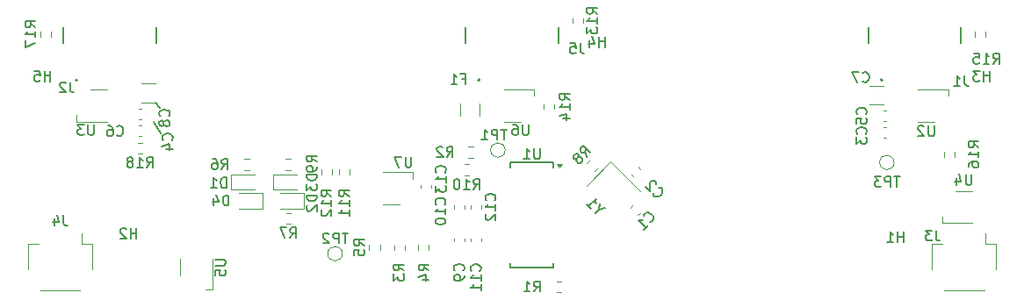
<source format=gbr>
%TF.GenerationSoftware,KiCad,Pcbnew,8.0.2*%
%TF.CreationDate,2025-12-10T20:47:36-08:00*%
%TF.ProjectId,USB-A-Daughterboard,5553422d-412d-4446-9175-676874657262,rev?*%
%TF.SameCoordinates,Original*%
%TF.FileFunction,Legend,Bot*%
%TF.FilePolarity,Positive*%
%FSLAX46Y46*%
G04 Gerber Fmt 4.6, Leading zero omitted, Abs format (unit mm)*
G04 Created by KiCad (PCBNEW 8.0.2) date 2025-12-10 20:47:36*
%MOMM*%
%LPD*%
G01*
G04 APERTURE LIST*
%ADD10C,0.150000*%
%ADD11C,0.120000*%
%ADD12C,0.127000*%
%ADD13C,0.200000*%
G04 APERTURE END LIST*
D10*
X13500000Y-11950000D02*
X14200000Y-13100000D01*
X13700000Y-10150000D02*
X14100000Y-10650000D01*
X56284819Y-1557142D02*
X55808628Y-1223809D01*
X56284819Y-985714D02*
X55284819Y-985714D01*
X55284819Y-985714D02*
X55284819Y-1366666D01*
X55284819Y-1366666D02*
X55332438Y-1461904D01*
X55332438Y-1461904D02*
X55380057Y-1509523D01*
X55380057Y-1509523D02*
X55475295Y-1557142D01*
X55475295Y-1557142D02*
X55618152Y-1557142D01*
X55618152Y-1557142D02*
X55713390Y-1509523D01*
X55713390Y-1509523D02*
X55761009Y-1461904D01*
X55761009Y-1461904D02*
X55808628Y-1366666D01*
X55808628Y-1366666D02*
X55808628Y-985714D01*
X56284819Y-2509523D02*
X56284819Y-1938095D01*
X56284819Y-2223809D02*
X55284819Y-2223809D01*
X55284819Y-2223809D02*
X55427676Y-2128571D01*
X55427676Y-2128571D02*
X55522914Y-2033333D01*
X55522914Y-2033333D02*
X55570533Y-1938095D01*
X55284819Y-2842857D02*
X55284819Y-3461904D01*
X55284819Y-3461904D02*
X55665771Y-3128571D01*
X55665771Y-3128571D02*
X55665771Y-3271428D01*
X55665771Y-3271428D02*
X55713390Y-3366666D01*
X55713390Y-3366666D02*
X55761009Y-3414285D01*
X55761009Y-3414285D02*
X55856247Y-3461904D01*
X55856247Y-3461904D02*
X56094342Y-3461904D01*
X56094342Y-3461904D02*
X56189580Y-3414285D01*
X56189580Y-3414285D02*
X56237200Y-3366666D01*
X56237200Y-3366666D02*
X56284819Y-3271428D01*
X56284819Y-3271428D02*
X56284819Y-2985714D01*
X56284819Y-2985714D02*
X56237200Y-2890476D01*
X56237200Y-2890476D02*
X56189580Y-2842857D01*
X30654819Y-19157142D02*
X30178628Y-18823809D01*
X30654819Y-18585714D02*
X29654819Y-18585714D01*
X29654819Y-18585714D02*
X29654819Y-18966666D01*
X29654819Y-18966666D02*
X29702438Y-19061904D01*
X29702438Y-19061904D02*
X29750057Y-19109523D01*
X29750057Y-19109523D02*
X29845295Y-19157142D01*
X29845295Y-19157142D02*
X29988152Y-19157142D01*
X29988152Y-19157142D02*
X30083390Y-19109523D01*
X30083390Y-19109523D02*
X30131009Y-19061904D01*
X30131009Y-19061904D02*
X30178628Y-18966666D01*
X30178628Y-18966666D02*
X30178628Y-18585714D01*
X30654819Y-20109523D02*
X30654819Y-19538095D01*
X30654819Y-19823809D02*
X29654819Y-19823809D01*
X29654819Y-19823809D02*
X29797676Y-19728571D01*
X29797676Y-19728571D02*
X29892914Y-19633333D01*
X29892914Y-19633333D02*
X29940533Y-19538095D01*
X29750057Y-20490476D02*
X29702438Y-20538095D01*
X29702438Y-20538095D02*
X29654819Y-20633333D01*
X29654819Y-20633333D02*
X29654819Y-20871428D01*
X29654819Y-20871428D02*
X29702438Y-20966666D01*
X29702438Y-20966666D02*
X29750057Y-21014285D01*
X29750057Y-21014285D02*
X29845295Y-21061904D01*
X29845295Y-21061904D02*
X29940533Y-21061904D01*
X29940533Y-21061904D02*
X30083390Y-21014285D01*
X30083390Y-21014285D02*
X30654819Y-20442857D01*
X30654819Y-20442857D02*
X30654819Y-21061904D01*
X7761904Y-12254819D02*
X7761904Y-13064342D01*
X7761904Y-13064342D02*
X7714285Y-13159580D01*
X7714285Y-13159580D02*
X7666666Y-13207200D01*
X7666666Y-13207200D02*
X7571428Y-13254819D01*
X7571428Y-13254819D02*
X7380952Y-13254819D01*
X7380952Y-13254819D02*
X7285714Y-13207200D01*
X7285714Y-13207200D02*
X7238095Y-13159580D01*
X7238095Y-13159580D02*
X7190476Y-13064342D01*
X7190476Y-13064342D02*
X7190476Y-12254819D01*
X6809523Y-12254819D02*
X6190476Y-12254819D01*
X6190476Y-12254819D02*
X6523809Y-12635771D01*
X6523809Y-12635771D02*
X6380952Y-12635771D01*
X6380952Y-12635771D02*
X6285714Y-12683390D01*
X6285714Y-12683390D02*
X6238095Y-12731009D01*
X6238095Y-12731009D02*
X6190476Y-12826247D01*
X6190476Y-12826247D02*
X6190476Y-13064342D01*
X6190476Y-13064342D02*
X6238095Y-13159580D01*
X6238095Y-13159580D02*
X6285714Y-13207200D01*
X6285714Y-13207200D02*
X6380952Y-13254819D01*
X6380952Y-13254819D02*
X6666666Y-13254819D01*
X6666666Y-13254819D02*
X6761904Y-13207200D01*
X6761904Y-13207200D02*
X6809523Y-13159580D01*
X32354819Y-19157142D02*
X31878628Y-18823809D01*
X32354819Y-18585714D02*
X31354819Y-18585714D01*
X31354819Y-18585714D02*
X31354819Y-18966666D01*
X31354819Y-18966666D02*
X31402438Y-19061904D01*
X31402438Y-19061904D02*
X31450057Y-19109523D01*
X31450057Y-19109523D02*
X31545295Y-19157142D01*
X31545295Y-19157142D02*
X31688152Y-19157142D01*
X31688152Y-19157142D02*
X31783390Y-19109523D01*
X31783390Y-19109523D02*
X31831009Y-19061904D01*
X31831009Y-19061904D02*
X31878628Y-18966666D01*
X31878628Y-18966666D02*
X31878628Y-18585714D01*
X32354819Y-20109523D02*
X32354819Y-19538095D01*
X32354819Y-19823809D02*
X31354819Y-19823809D01*
X31354819Y-19823809D02*
X31497676Y-19728571D01*
X31497676Y-19728571D02*
X31592914Y-19633333D01*
X31592914Y-19633333D02*
X31640533Y-19538095D01*
X32354819Y-21061904D02*
X32354819Y-20490476D01*
X32354819Y-20776190D02*
X31354819Y-20776190D01*
X31354819Y-20776190D02*
X31497676Y-20680952D01*
X31497676Y-20680952D02*
X31592914Y-20585714D01*
X31592914Y-20585714D02*
X31640533Y-20490476D01*
X32261904Y-22706819D02*
X31690476Y-22706819D01*
X31976190Y-23706819D02*
X31976190Y-22706819D01*
X31357142Y-23706819D02*
X31357142Y-22706819D01*
X31357142Y-22706819D02*
X30976190Y-22706819D01*
X30976190Y-22706819D02*
X30880952Y-22754438D01*
X30880952Y-22754438D02*
X30833333Y-22802057D01*
X30833333Y-22802057D02*
X30785714Y-22897295D01*
X30785714Y-22897295D02*
X30785714Y-23040152D01*
X30785714Y-23040152D02*
X30833333Y-23135390D01*
X30833333Y-23135390D02*
X30880952Y-23183009D01*
X30880952Y-23183009D02*
X30976190Y-23230628D01*
X30976190Y-23230628D02*
X31357142Y-23230628D01*
X30404761Y-22802057D02*
X30357142Y-22754438D01*
X30357142Y-22754438D02*
X30261904Y-22706819D01*
X30261904Y-22706819D02*
X30023809Y-22706819D01*
X30023809Y-22706819D02*
X29928571Y-22754438D01*
X29928571Y-22754438D02*
X29880952Y-22802057D01*
X29880952Y-22802057D02*
X29833333Y-22897295D01*
X29833333Y-22897295D02*
X29833333Y-22992533D01*
X29833333Y-22992533D02*
X29880952Y-23135390D01*
X29880952Y-23135390D02*
X30452380Y-23706819D01*
X30452380Y-23706819D02*
X29833333Y-23706819D01*
X4833333Y-20999819D02*
X4833333Y-21714104D01*
X4833333Y-21714104D02*
X4880952Y-21856961D01*
X4880952Y-21856961D02*
X4976190Y-21952200D01*
X4976190Y-21952200D02*
X5119047Y-21999819D01*
X5119047Y-21999819D02*
X5214285Y-21999819D01*
X3928571Y-21333152D02*
X3928571Y-21999819D01*
X4166666Y-20952200D02*
X4404761Y-21666485D01*
X4404761Y-21666485D02*
X3785714Y-21666485D01*
X61372112Y-21636411D02*
X61439456Y-21636411D01*
X61439456Y-21636411D02*
X61574143Y-21569067D01*
X61574143Y-21569067D02*
X61641486Y-21501724D01*
X61641486Y-21501724D02*
X61708830Y-21367037D01*
X61708830Y-21367037D02*
X61708830Y-21232350D01*
X61708830Y-21232350D02*
X61675158Y-21131335D01*
X61675158Y-21131335D02*
X61574143Y-20962976D01*
X61574143Y-20962976D02*
X61473128Y-20861961D01*
X61473128Y-20861961D02*
X61304769Y-20760945D01*
X61304769Y-20760945D02*
X61203754Y-20727274D01*
X61203754Y-20727274D02*
X61069067Y-20727274D01*
X61069067Y-20727274D02*
X60934380Y-20794617D01*
X60934380Y-20794617D02*
X60867036Y-20861961D01*
X60867036Y-20861961D02*
X60799693Y-20996648D01*
X60799693Y-20996648D02*
X60799693Y-21063991D01*
X60766021Y-22377189D02*
X61170082Y-21973128D01*
X60968051Y-22175159D02*
X60260945Y-21468052D01*
X60260945Y-21468052D02*
X60429303Y-21501724D01*
X60429303Y-21501724D02*
X60563990Y-21501724D01*
X60563990Y-21501724D02*
X60665006Y-21468052D01*
X88761904Y-12354819D02*
X88761904Y-13164342D01*
X88761904Y-13164342D02*
X88714285Y-13259580D01*
X88714285Y-13259580D02*
X88666666Y-13307200D01*
X88666666Y-13307200D02*
X88571428Y-13354819D01*
X88571428Y-13354819D02*
X88380952Y-13354819D01*
X88380952Y-13354819D02*
X88285714Y-13307200D01*
X88285714Y-13307200D02*
X88238095Y-13259580D01*
X88238095Y-13259580D02*
X88190476Y-13164342D01*
X88190476Y-13164342D02*
X88190476Y-12354819D01*
X87761904Y-12450057D02*
X87714285Y-12402438D01*
X87714285Y-12402438D02*
X87619047Y-12354819D01*
X87619047Y-12354819D02*
X87380952Y-12354819D01*
X87380952Y-12354819D02*
X87285714Y-12402438D01*
X87285714Y-12402438D02*
X87238095Y-12450057D01*
X87238095Y-12450057D02*
X87190476Y-12545295D01*
X87190476Y-12545295D02*
X87190476Y-12640533D01*
X87190476Y-12640533D02*
X87238095Y-12783390D01*
X87238095Y-12783390D02*
X87809523Y-13354819D01*
X87809523Y-13354819D02*
X87190476Y-13354819D01*
X47561904Y-12706819D02*
X46990476Y-12706819D01*
X47276190Y-13706819D02*
X47276190Y-12706819D01*
X46657142Y-13706819D02*
X46657142Y-12706819D01*
X46657142Y-12706819D02*
X46276190Y-12706819D01*
X46276190Y-12706819D02*
X46180952Y-12754438D01*
X46180952Y-12754438D02*
X46133333Y-12802057D01*
X46133333Y-12802057D02*
X46085714Y-12897295D01*
X46085714Y-12897295D02*
X46085714Y-13040152D01*
X46085714Y-13040152D02*
X46133333Y-13135390D01*
X46133333Y-13135390D02*
X46180952Y-13183009D01*
X46180952Y-13183009D02*
X46276190Y-13230628D01*
X46276190Y-13230628D02*
X46657142Y-13230628D01*
X45133333Y-13706819D02*
X45704761Y-13706819D01*
X45419047Y-13706819D02*
X45419047Y-12706819D01*
X45419047Y-12706819D02*
X45514285Y-12849676D01*
X45514285Y-12849676D02*
X45609523Y-12944914D01*
X45609523Y-12944914D02*
X45704761Y-12992533D01*
X91663333Y-7514819D02*
X91663333Y-8229104D01*
X91663333Y-8229104D02*
X91710952Y-8371961D01*
X91710952Y-8371961D02*
X91806190Y-8467200D01*
X91806190Y-8467200D02*
X91949047Y-8514819D01*
X91949047Y-8514819D02*
X92044285Y-8514819D01*
X90663333Y-8514819D02*
X91234761Y-8514819D01*
X90949047Y-8514819D02*
X90949047Y-7514819D01*
X90949047Y-7514819D02*
X91044285Y-7657676D01*
X91044285Y-7657676D02*
X91139523Y-7752914D01*
X91139523Y-7752914D02*
X91234761Y-7800533D01*
X82159580Y-13133333D02*
X82207200Y-13085714D01*
X82207200Y-13085714D02*
X82254819Y-12942857D01*
X82254819Y-12942857D02*
X82254819Y-12847619D01*
X82254819Y-12847619D02*
X82207200Y-12704762D01*
X82207200Y-12704762D02*
X82111961Y-12609524D01*
X82111961Y-12609524D02*
X82016723Y-12561905D01*
X82016723Y-12561905D02*
X81826247Y-12514286D01*
X81826247Y-12514286D02*
X81683390Y-12514286D01*
X81683390Y-12514286D02*
X81492914Y-12561905D01*
X81492914Y-12561905D02*
X81397676Y-12609524D01*
X81397676Y-12609524D02*
X81302438Y-12704762D01*
X81302438Y-12704762D02*
X81254819Y-12847619D01*
X81254819Y-12847619D02*
X81254819Y-12942857D01*
X81254819Y-12942857D02*
X81302438Y-13085714D01*
X81302438Y-13085714D02*
X81350057Y-13133333D01*
X81254819Y-13466667D02*
X81254819Y-14085714D01*
X81254819Y-14085714D02*
X81635771Y-13752381D01*
X81635771Y-13752381D02*
X81635771Y-13895238D01*
X81635771Y-13895238D02*
X81683390Y-13990476D01*
X81683390Y-13990476D02*
X81731009Y-14038095D01*
X81731009Y-14038095D02*
X81826247Y-14085714D01*
X81826247Y-14085714D02*
X82064342Y-14085714D01*
X82064342Y-14085714D02*
X82159580Y-14038095D01*
X82159580Y-14038095D02*
X82207200Y-13990476D01*
X82207200Y-13990476D02*
X82254819Y-13895238D01*
X82254819Y-13895238D02*
X82254819Y-13609524D01*
X82254819Y-13609524D02*
X82207200Y-13514286D01*
X82207200Y-13514286D02*
X82159580Y-13466667D01*
X94442857Y-6354819D02*
X94776190Y-5878628D01*
X95014285Y-6354819D02*
X95014285Y-5354819D01*
X95014285Y-5354819D02*
X94633333Y-5354819D01*
X94633333Y-5354819D02*
X94538095Y-5402438D01*
X94538095Y-5402438D02*
X94490476Y-5450057D01*
X94490476Y-5450057D02*
X94442857Y-5545295D01*
X94442857Y-5545295D02*
X94442857Y-5688152D01*
X94442857Y-5688152D02*
X94490476Y-5783390D01*
X94490476Y-5783390D02*
X94538095Y-5831009D01*
X94538095Y-5831009D02*
X94633333Y-5878628D01*
X94633333Y-5878628D02*
X95014285Y-5878628D01*
X93490476Y-6354819D02*
X94061904Y-6354819D01*
X93776190Y-6354819D02*
X93776190Y-5354819D01*
X93776190Y-5354819D02*
X93871428Y-5497676D01*
X93871428Y-5497676D02*
X93966666Y-5592914D01*
X93966666Y-5592914D02*
X94061904Y-5640533D01*
X92585714Y-5354819D02*
X93061904Y-5354819D01*
X93061904Y-5354819D02*
X93109523Y-5831009D01*
X93109523Y-5831009D02*
X93061904Y-5783390D01*
X93061904Y-5783390D02*
X92966666Y-5735771D01*
X92966666Y-5735771D02*
X92728571Y-5735771D01*
X92728571Y-5735771D02*
X92633333Y-5783390D01*
X92633333Y-5783390D02*
X92585714Y-5831009D01*
X92585714Y-5831009D02*
X92538095Y-5926247D01*
X92538095Y-5926247D02*
X92538095Y-6164342D01*
X92538095Y-6164342D02*
X92585714Y-6259580D01*
X92585714Y-6259580D02*
X92633333Y-6307200D01*
X92633333Y-6307200D02*
X92728571Y-6354819D01*
X92728571Y-6354819D02*
X92966666Y-6354819D01*
X92966666Y-6354819D02*
X93061904Y-6307200D01*
X93061904Y-6307200D02*
X93109523Y-6259580D01*
X37654819Y-26333333D02*
X37178628Y-26000000D01*
X37654819Y-25761905D02*
X36654819Y-25761905D01*
X36654819Y-25761905D02*
X36654819Y-26142857D01*
X36654819Y-26142857D02*
X36702438Y-26238095D01*
X36702438Y-26238095D02*
X36750057Y-26285714D01*
X36750057Y-26285714D02*
X36845295Y-26333333D01*
X36845295Y-26333333D02*
X36988152Y-26333333D01*
X36988152Y-26333333D02*
X37083390Y-26285714D01*
X37083390Y-26285714D02*
X37131009Y-26238095D01*
X37131009Y-26238095D02*
X37178628Y-26142857D01*
X37178628Y-26142857D02*
X37178628Y-25761905D01*
X36654819Y-26666667D02*
X36654819Y-27285714D01*
X36654819Y-27285714D02*
X37035771Y-26952381D01*
X37035771Y-26952381D02*
X37035771Y-27095238D01*
X37035771Y-27095238D02*
X37083390Y-27190476D01*
X37083390Y-27190476D02*
X37131009Y-27238095D01*
X37131009Y-27238095D02*
X37226247Y-27285714D01*
X37226247Y-27285714D02*
X37464342Y-27285714D01*
X37464342Y-27285714D02*
X37559580Y-27238095D01*
X37559580Y-27238095D02*
X37607200Y-27190476D01*
X37607200Y-27190476D02*
X37654819Y-27095238D01*
X37654819Y-27095238D02*
X37654819Y-26809524D01*
X37654819Y-26809524D02*
X37607200Y-26714286D01*
X37607200Y-26714286D02*
X37559580Y-26666667D01*
X55228293Y-15392591D02*
X55127278Y-14820172D01*
X55632354Y-14988530D02*
X54925247Y-14281424D01*
X54925247Y-14281424D02*
X54655873Y-14550798D01*
X54655873Y-14550798D02*
X54622201Y-14651813D01*
X54622201Y-14651813D02*
X54622201Y-14719156D01*
X54622201Y-14719156D02*
X54655873Y-14820172D01*
X54655873Y-14820172D02*
X54756888Y-14921187D01*
X54756888Y-14921187D02*
X54857904Y-14954859D01*
X54857904Y-14954859D02*
X54925247Y-14954859D01*
X54925247Y-14954859D02*
X55026262Y-14921187D01*
X55026262Y-14921187D02*
X55295636Y-14651813D01*
X54420171Y-15392591D02*
X54453843Y-15291576D01*
X54453843Y-15291576D02*
X54453843Y-15224233D01*
X54453843Y-15224233D02*
X54420171Y-15123217D01*
X54420171Y-15123217D02*
X54386499Y-15089546D01*
X54386499Y-15089546D02*
X54285484Y-15055874D01*
X54285484Y-15055874D02*
X54218140Y-15055874D01*
X54218140Y-15055874D02*
X54117125Y-15089546D01*
X54117125Y-15089546D02*
X53982438Y-15224233D01*
X53982438Y-15224233D02*
X53948766Y-15325248D01*
X53948766Y-15325248D02*
X53948766Y-15392591D01*
X53948766Y-15392591D02*
X53982438Y-15493607D01*
X53982438Y-15493607D02*
X54016110Y-15527278D01*
X54016110Y-15527278D02*
X54117125Y-15560950D01*
X54117125Y-15560950D02*
X54184469Y-15560950D01*
X54184469Y-15560950D02*
X54285484Y-15527278D01*
X54285484Y-15527278D02*
X54420171Y-15392591D01*
X54420171Y-15392591D02*
X54521186Y-15358920D01*
X54521186Y-15358920D02*
X54588530Y-15358920D01*
X54588530Y-15358920D02*
X54689545Y-15392591D01*
X54689545Y-15392591D02*
X54824232Y-15527278D01*
X54824232Y-15527278D02*
X54857904Y-15628294D01*
X54857904Y-15628294D02*
X54857904Y-15695637D01*
X54857904Y-15695637D02*
X54824232Y-15796652D01*
X54824232Y-15796652D02*
X54689545Y-15931339D01*
X54689545Y-15931339D02*
X54588530Y-15965011D01*
X54588530Y-15965011D02*
X54521186Y-15965011D01*
X54521186Y-15965011D02*
X54420171Y-15931339D01*
X54420171Y-15931339D02*
X54285484Y-15796652D01*
X54285484Y-15796652D02*
X54251812Y-15695637D01*
X54251812Y-15695637D02*
X54251812Y-15628294D01*
X54251812Y-15628294D02*
X54285484Y-15527278D01*
X11861904Y-23254819D02*
X11861904Y-22254819D01*
X11861904Y-22731009D02*
X11290476Y-22731009D01*
X11290476Y-23254819D02*
X11290476Y-22254819D01*
X10861904Y-22350057D02*
X10814285Y-22302438D01*
X10814285Y-22302438D02*
X10719047Y-22254819D01*
X10719047Y-22254819D02*
X10480952Y-22254819D01*
X10480952Y-22254819D02*
X10385714Y-22302438D01*
X10385714Y-22302438D02*
X10338095Y-22350057D01*
X10338095Y-22350057D02*
X10290476Y-22445295D01*
X10290476Y-22445295D02*
X10290476Y-22540533D01*
X10290476Y-22540533D02*
X10338095Y-22683390D01*
X10338095Y-22683390D02*
X10909523Y-23254819D01*
X10909523Y-23254819D02*
X10290476Y-23254819D01*
X41559580Y-19957142D02*
X41607200Y-19909523D01*
X41607200Y-19909523D02*
X41654819Y-19766666D01*
X41654819Y-19766666D02*
X41654819Y-19671428D01*
X41654819Y-19671428D02*
X41607200Y-19528571D01*
X41607200Y-19528571D02*
X41511961Y-19433333D01*
X41511961Y-19433333D02*
X41416723Y-19385714D01*
X41416723Y-19385714D02*
X41226247Y-19338095D01*
X41226247Y-19338095D02*
X41083390Y-19338095D01*
X41083390Y-19338095D02*
X40892914Y-19385714D01*
X40892914Y-19385714D02*
X40797676Y-19433333D01*
X40797676Y-19433333D02*
X40702438Y-19528571D01*
X40702438Y-19528571D02*
X40654819Y-19671428D01*
X40654819Y-19671428D02*
X40654819Y-19766666D01*
X40654819Y-19766666D02*
X40702438Y-19909523D01*
X40702438Y-19909523D02*
X40750057Y-19957142D01*
X41654819Y-20909523D02*
X41654819Y-20338095D01*
X41654819Y-20623809D02*
X40654819Y-20623809D01*
X40654819Y-20623809D02*
X40797676Y-20528571D01*
X40797676Y-20528571D02*
X40892914Y-20433333D01*
X40892914Y-20433333D02*
X40940533Y-20338095D01*
X40654819Y-21528571D02*
X40654819Y-21623809D01*
X40654819Y-21623809D02*
X40702438Y-21719047D01*
X40702438Y-21719047D02*
X40750057Y-21766666D01*
X40750057Y-21766666D02*
X40845295Y-21814285D01*
X40845295Y-21814285D02*
X41035771Y-21861904D01*
X41035771Y-21861904D02*
X41273866Y-21861904D01*
X41273866Y-21861904D02*
X41464342Y-21814285D01*
X41464342Y-21814285D02*
X41559580Y-21766666D01*
X41559580Y-21766666D02*
X41607200Y-21719047D01*
X41607200Y-21719047D02*
X41654819Y-21623809D01*
X41654819Y-21623809D02*
X41654819Y-21528571D01*
X41654819Y-21528571D02*
X41607200Y-21433333D01*
X41607200Y-21433333D02*
X41559580Y-21385714D01*
X41559580Y-21385714D02*
X41464342Y-21338095D01*
X41464342Y-21338095D02*
X41273866Y-21290476D01*
X41273866Y-21290476D02*
X41035771Y-21290476D01*
X41035771Y-21290476D02*
X40845295Y-21338095D01*
X40845295Y-21338095D02*
X40750057Y-21385714D01*
X40750057Y-21385714D02*
X40702438Y-21433333D01*
X40702438Y-21433333D02*
X40654819Y-21528571D01*
X85801904Y-23604819D02*
X85801904Y-22604819D01*
X85801904Y-23081009D02*
X85230476Y-23081009D01*
X85230476Y-23604819D02*
X85230476Y-22604819D01*
X84230476Y-23604819D02*
X84801904Y-23604819D01*
X84516190Y-23604819D02*
X84516190Y-22604819D01*
X84516190Y-22604819D02*
X84611428Y-22747676D01*
X84611428Y-22747676D02*
X84706666Y-22842914D01*
X84706666Y-22842914D02*
X84801904Y-22890533D01*
X81866666Y-8059580D02*
X81914285Y-8107200D01*
X81914285Y-8107200D02*
X82057142Y-8154819D01*
X82057142Y-8154819D02*
X82152380Y-8154819D01*
X82152380Y-8154819D02*
X82295237Y-8107200D01*
X82295237Y-8107200D02*
X82390475Y-8011961D01*
X82390475Y-8011961D02*
X82438094Y-7916723D01*
X82438094Y-7916723D02*
X82485713Y-7726247D01*
X82485713Y-7726247D02*
X82485713Y-7583390D01*
X82485713Y-7583390D02*
X82438094Y-7392914D01*
X82438094Y-7392914D02*
X82390475Y-7297676D01*
X82390475Y-7297676D02*
X82295237Y-7202438D01*
X82295237Y-7202438D02*
X82152380Y-7154819D01*
X82152380Y-7154819D02*
X82057142Y-7154819D01*
X82057142Y-7154819D02*
X81914285Y-7202438D01*
X81914285Y-7202438D02*
X81866666Y-7250057D01*
X81533332Y-7154819D02*
X80866666Y-7154819D01*
X80866666Y-7154819D02*
X81295237Y-8154819D01*
X15259580Y-13733333D02*
X15307200Y-13685714D01*
X15307200Y-13685714D02*
X15354819Y-13542857D01*
X15354819Y-13542857D02*
X15354819Y-13447619D01*
X15354819Y-13447619D02*
X15307200Y-13304762D01*
X15307200Y-13304762D02*
X15211961Y-13209524D01*
X15211961Y-13209524D02*
X15116723Y-13161905D01*
X15116723Y-13161905D02*
X14926247Y-13114286D01*
X14926247Y-13114286D02*
X14783390Y-13114286D01*
X14783390Y-13114286D02*
X14592914Y-13161905D01*
X14592914Y-13161905D02*
X14497676Y-13209524D01*
X14497676Y-13209524D02*
X14402438Y-13304762D01*
X14402438Y-13304762D02*
X14354819Y-13447619D01*
X14354819Y-13447619D02*
X14354819Y-13542857D01*
X14354819Y-13542857D02*
X14402438Y-13685714D01*
X14402438Y-13685714D02*
X14450057Y-13733333D01*
X14688152Y-14590476D02*
X15354819Y-14590476D01*
X14307200Y-14352381D02*
X15021485Y-14114286D01*
X15021485Y-14114286D02*
X15021485Y-14733333D01*
X20066666Y-16554819D02*
X20399999Y-16078628D01*
X20638094Y-16554819D02*
X20638094Y-15554819D01*
X20638094Y-15554819D02*
X20257142Y-15554819D01*
X20257142Y-15554819D02*
X20161904Y-15602438D01*
X20161904Y-15602438D02*
X20114285Y-15650057D01*
X20114285Y-15650057D02*
X20066666Y-15745295D01*
X20066666Y-15745295D02*
X20066666Y-15888152D01*
X20066666Y-15888152D02*
X20114285Y-15983390D01*
X20114285Y-15983390D02*
X20161904Y-16031009D01*
X20161904Y-16031009D02*
X20257142Y-16078628D01*
X20257142Y-16078628D02*
X20638094Y-16078628D01*
X19209523Y-15554819D02*
X19399999Y-15554819D01*
X19399999Y-15554819D02*
X19495237Y-15602438D01*
X19495237Y-15602438D02*
X19542856Y-15650057D01*
X19542856Y-15650057D02*
X19638094Y-15792914D01*
X19638094Y-15792914D02*
X19685713Y-15983390D01*
X19685713Y-15983390D02*
X19685713Y-16364342D01*
X19685713Y-16364342D02*
X19638094Y-16459580D01*
X19638094Y-16459580D02*
X19590475Y-16507200D01*
X19590475Y-16507200D02*
X19495237Y-16554819D01*
X19495237Y-16554819D02*
X19304761Y-16554819D01*
X19304761Y-16554819D02*
X19209523Y-16507200D01*
X19209523Y-16507200D02*
X19161904Y-16459580D01*
X19161904Y-16459580D02*
X19114285Y-16364342D01*
X19114285Y-16364342D02*
X19114285Y-16126247D01*
X19114285Y-16126247D02*
X19161904Y-16031009D01*
X19161904Y-16031009D02*
X19209523Y-15983390D01*
X19209523Y-15983390D02*
X19304761Y-15935771D01*
X19304761Y-15935771D02*
X19495237Y-15935771D01*
X19495237Y-15935771D02*
X19590475Y-15983390D01*
X19590475Y-15983390D02*
X19638094Y-16031009D01*
X19638094Y-16031009D02*
X19685713Y-16126247D01*
X43233333Y-7831009D02*
X43566666Y-7831009D01*
X43566666Y-8354819D02*
X43566666Y-7354819D01*
X43566666Y-7354819D02*
X43090476Y-7354819D01*
X42185714Y-8354819D02*
X42757142Y-8354819D01*
X42471428Y-8354819D02*
X42471428Y-7354819D01*
X42471428Y-7354819D02*
X42566666Y-7497676D01*
X42566666Y-7497676D02*
X42661904Y-7592914D01*
X42661904Y-7592914D02*
X42757142Y-7640533D01*
X50761904Y-14554819D02*
X50761904Y-15364342D01*
X50761904Y-15364342D02*
X50714285Y-15459580D01*
X50714285Y-15459580D02*
X50666666Y-15507200D01*
X50666666Y-15507200D02*
X50571428Y-15554819D01*
X50571428Y-15554819D02*
X50380952Y-15554819D01*
X50380952Y-15554819D02*
X50285714Y-15507200D01*
X50285714Y-15507200D02*
X50238095Y-15459580D01*
X50238095Y-15459580D02*
X50190476Y-15364342D01*
X50190476Y-15364342D02*
X50190476Y-14554819D01*
X49190476Y-15554819D02*
X49761904Y-15554819D01*
X49476190Y-15554819D02*
X49476190Y-14554819D01*
X49476190Y-14554819D02*
X49571428Y-14697676D01*
X49571428Y-14697676D02*
X49666666Y-14792914D01*
X49666666Y-14792914D02*
X49761904Y-14840533D01*
X29254819Y-19061905D02*
X28254819Y-19061905D01*
X28254819Y-19061905D02*
X28254819Y-19300000D01*
X28254819Y-19300000D02*
X28302438Y-19442857D01*
X28302438Y-19442857D02*
X28397676Y-19538095D01*
X28397676Y-19538095D02*
X28492914Y-19585714D01*
X28492914Y-19585714D02*
X28683390Y-19633333D01*
X28683390Y-19633333D02*
X28826247Y-19633333D01*
X28826247Y-19633333D02*
X29016723Y-19585714D01*
X29016723Y-19585714D02*
X29111961Y-19538095D01*
X29111961Y-19538095D02*
X29207200Y-19442857D01*
X29207200Y-19442857D02*
X29254819Y-19300000D01*
X29254819Y-19300000D02*
X29254819Y-19061905D01*
X28350057Y-20014286D02*
X28302438Y-20061905D01*
X28302438Y-20061905D02*
X28254819Y-20157143D01*
X28254819Y-20157143D02*
X28254819Y-20395238D01*
X28254819Y-20395238D02*
X28302438Y-20490476D01*
X28302438Y-20490476D02*
X28350057Y-20538095D01*
X28350057Y-20538095D02*
X28445295Y-20585714D01*
X28445295Y-20585714D02*
X28540533Y-20585714D01*
X28540533Y-20585714D02*
X28683390Y-20538095D01*
X28683390Y-20538095D02*
X29254819Y-19966667D01*
X29254819Y-19966667D02*
X29254819Y-20585714D01*
X93054819Y-14457142D02*
X92578628Y-14123809D01*
X93054819Y-13885714D02*
X92054819Y-13885714D01*
X92054819Y-13885714D02*
X92054819Y-14266666D01*
X92054819Y-14266666D02*
X92102438Y-14361904D01*
X92102438Y-14361904D02*
X92150057Y-14409523D01*
X92150057Y-14409523D02*
X92245295Y-14457142D01*
X92245295Y-14457142D02*
X92388152Y-14457142D01*
X92388152Y-14457142D02*
X92483390Y-14409523D01*
X92483390Y-14409523D02*
X92531009Y-14361904D01*
X92531009Y-14361904D02*
X92578628Y-14266666D01*
X92578628Y-14266666D02*
X92578628Y-13885714D01*
X93054819Y-15409523D02*
X93054819Y-14838095D01*
X93054819Y-15123809D02*
X92054819Y-15123809D01*
X92054819Y-15123809D02*
X92197676Y-15028571D01*
X92197676Y-15028571D02*
X92292914Y-14933333D01*
X92292914Y-14933333D02*
X92340533Y-14838095D01*
X92054819Y-16266666D02*
X92054819Y-16076190D01*
X92054819Y-16076190D02*
X92102438Y-15980952D01*
X92102438Y-15980952D02*
X92150057Y-15933333D01*
X92150057Y-15933333D02*
X92292914Y-15838095D01*
X92292914Y-15838095D02*
X92483390Y-15790476D01*
X92483390Y-15790476D02*
X92864342Y-15790476D01*
X92864342Y-15790476D02*
X92959580Y-15838095D01*
X92959580Y-15838095D02*
X93007200Y-15885714D01*
X93007200Y-15885714D02*
X93054819Y-15980952D01*
X93054819Y-15980952D02*
X93054819Y-16171428D01*
X93054819Y-16171428D02*
X93007200Y-16266666D01*
X93007200Y-16266666D02*
X92959580Y-16314285D01*
X92959580Y-16314285D02*
X92864342Y-16361904D01*
X92864342Y-16361904D02*
X92626247Y-16361904D01*
X92626247Y-16361904D02*
X92531009Y-16314285D01*
X92531009Y-16314285D02*
X92483390Y-16266666D01*
X92483390Y-16266666D02*
X92435771Y-16171428D01*
X92435771Y-16171428D02*
X92435771Y-15980952D01*
X92435771Y-15980952D02*
X92483390Y-15885714D01*
X92483390Y-15885714D02*
X92531009Y-15838095D01*
X92531009Y-15838095D02*
X92626247Y-15790476D01*
X2124819Y-2857142D02*
X1648628Y-2523809D01*
X2124819Y-2285714D02*
X1124819Y-2285714D01*
X1124819Y-2285714D02*
X1124819Y-2666666D01*
X1124819Y-2666666D02*
X1172438Y-2761904D01*
X1172438Y-2761904D02*
X1220057Y-2809523D01*
X1220057Y-2809523D02*
X1315295Y-2857142D01*
X1315295Y-2857142D02*
X1458152Y-2857142D01*
X1458152Y-2857142D02*
X1553390Y-2809523D01*
X1553390Y-2809523D02*
X1601009Y-2761904D01*
X1601009Y-2761904D02*
X1648628Y-2666666D01*
X1648628Y-2666666D02*
X1648628Y-2285714D01*
X2124819Y-3809523D02*
X2124819Y-3238095D01*
X2124819Y-3523809D02*
X1124819Y-3523809D01*
X1124819Y-3523809D02*
X1267676Y-3428571D01*
X1267676Y-3428571D02*
X1362914Y-3333333D01*
X1362914Y-3333333D02*
X1410533Y-3238095D01*
X1124819Y-4142857D02*
X1124819Y-4809523D01*
X1124819Y-4809523D02*
X2124819Y-4380952D01*
X44342857Y-18484819D02*
X44676190Y-18008628D01*
X44914285Y-18484819D02*
X44914285Y-17484819D01*
X44914285Y-17484819D02*
X44533333Y-17484819D01*
X44533333Y-17484819D02*
X44438095Y-17532438D01*
X44438095Y-17532438D02*
X44390476Y-17580057D01*
X44390476Y-17580057D02*
X44342857Y-17675295D01*
X44342857Y-17675295D02*
X44342857Y-17818152D01*
X44342857Y-17818152D02*
X44390476Y-17913390D01*
X44390476Y-17913390D02*
X44438095Y-17961009D01*
X44438095Y-17961009D02*
X44533333Y-18008628D01*
X44533333Y-18008628D02*
X44914285Y-18008628D01*
X43390476Y-18484819D02*
X43961904Y-18484819D01*
X43676190Y-18484819D02*
X43676190Y-17484819D01*
X43676190Y-17484819D02*
X43771428Y-17627676D01*
X43771428Y-17627676D02*
X43866666Y-17722914D01*
X43866666Y-17722914D02*
X43961904Y-17770533D01*
X42771428Y-17484819D02*
X42676190Y-17484819D01*
X42676190Y-17484819D02*
X42580952Y-17532438D01*
X42580952Y-17532438D02*
X42533333Y-17580057D01*
X42533333Y-17580057D02*
X42485714Y-17675295D01*
X42485714Y-17675295D02*
X42438095Y-17865771D01*
X42438095Y-17865771D02*
X42438095Y-18103866D01*
X42438095Y-18103866D02*
X42485714Y-18294342D01*
X42485714Y-18294342D02*
X42533333Y-18389580D01*
X42533333Y-18389580D02*
X42580952Y-18437200D01*
X42580952Y-18437200D02*
X42676190Y-18484819D01*
X42676190Y-18484819D02*
X42771428Y-18484819D01*
X42771428Y-18484819D02*
X42866666Y-18437200D01*
X42866666Y-18437200D02*
X42914285Y-18389580D01*
X42914285Y-18389580D02*
X42961904Y-18294342D01*
X42961904Y-18294342D02*
X43009523Y-18103866D01*
X43009523Y-18103866D02*
X43009523Y-17865771D01*
X43009523Y-17865771D02*
X42961904Y-17675295D01*
X42961904Y-17675295D02*
X42914285Y-17580057D01*
X42914285Y-17580057D02*
X42866666Y-17532438D01*
X42866666Y-17532438D02*
X42771428Y-17484819D01*
X40054819Y-26333333D02*
X39578628Y-26000000D01*
X40054819Y-25761905D02*
X39054819Y-25761905D01*
X39054819Y-25761905D02*
X39054819Y-26142857D01*
X39054819Y-26142857D02*
X39102438Y-26238095D01*
X39102438Y-26238095D02*
X39150057Y-26285714D01*
X39150057Y-26285714D02*
X39245295Y-26333333D01*
X39245295Y-26333333D02*
X39388152Y-26333333D01*
X39388152Y-26333333D02*
X39483390Y-26285714D01*
X39483390Y-26285714D02*
X39531009Y-26238095D01*
X39531009Y-26238095D02*
X39578628Y-26142857D01*
X39578628Y-26142857D02*
X39578628Y-25761905D01*
X39388152Y-27190476D02*
X40054819Y-27190476D01*
X39007200Y-26952381D02*
X39721485Y-26714286D01*
X39721485Y-26714286D02*
X39721485Y-27333333D01*
X92361904Y-17054819D02*
X92361904Y-17864342D01*
X92361904Y-17864342D02*
X92314285Y-17959580D01*
X92314285Y-17959580D02*
X92266666Y-18007200D01*
X92266666Y-18007200D02*
X92171428Y-18054819D01*
X92171428Y-18054819D02*
X91980952Y-18054819D01*
X91980952Y-18054819D02*
X91885714Y-18007200D01*
X91885714Y-18007200D02*
X91838095Y-17959580D01*
X91838095Y-17959580D02*
X91790476Y-17864342D01*
X91790476Y-17864342D02*
X91790476Y-17054819D01*
X90885714Y-17388152D02*
X90885714Y-18054819D01*
X91123809Y-17007200D02*
X91361904Y-17721485D01*
X91361904Y-17721485D02*
X90742857Y-17721485D01*
X5463333Y-8144819D02*
X5463333Y-8859104D01*
X5463333Y-8859104D02*
X5510952Y-9001961D01*
X5510952Y-9001961D02*
X5606190Y-9097200D01*
X5606190Y-9097200D02*
X5749047Y-9144819D01*
X5749047Y-9144819D02*
X5844285Y-9144819D01*
X5034761Y-8240057D02*
X4987142Y-8192438D01*
X4987142Y-8192438D02*
X4891904Y-8144819D01*
X4891904Y-8144819D02*
X4653809Y-8144819D01*
X4653809Y-8144819D02*
X4558571Y-8192438D01*
X4558571Y-8192438D02*
X4510952Y-8240057D01*
X4510952Y-8240057D02*
X4463333Y-8335295D01*
X4463333Y-8335295D02*
X4463333Y-8430533D01*
X4463333Y-8430533D02*
X4510952Y-8573390D01*
X4510952Y-8573390D02*
X5082380Y-9144819D01*
X5082380Y-9144819D02*
X4463333Y-9144819D01*
X33824819Y-23933333D02*
X33348628Y-23600000D01*
X33824819Y-23361905D02*
X32824819Y-23361905D01*
X32824819Y-23361905D02*
X32824819Y-23742857D01*
X32824819Y-23742857D02*
X32872438Y-23838095D01*
X32872438Y-23838095D02*
X32920057Y-23885714D01*
X32920057Y-23885714D02*
X33015295Y-23933333D01*
X33015295Y-23933333D02*
X33158152Y-23933333D01*
X33158152Y-23933333D02*
X33253390Y-23885714D01*
X33253390Y-23885714D02*
X33301009Y-23838095D01*
X33301009Y-23838095D02*
X33348628Y-23742857D01*
X33348628Y-23742857D02*
X33348628Y-23361905D01*
X32824819Y-24838095D02*
X32824819Y-24361905D01*
X32824819Y-24361905D02*
X33301009Y-24314286D01*
X33301009Y-24314286D02*
X33253390Y-24361905D01*
X33253390Y-24361905D02*
X33205771Y-24457143D01*
X33205771Y-24457143D02*
X33205771Y-24695238D01*
X33205771Y-24695238D02*
X33253390Y-24790476D01*
X33253390Y-24790476D02*
X33301009Y-24838095D01*
X33301009Y-24838095D02*
X33396247Y-24885714D01*
X33396247Y-24885714D02*
X33634342Y-24885714D01*
X33634342Y-24885714D02*
X33729580Y-24838095D01*
X33729580Y-24838095D02*
X33777200Y-24790476D01*
X33777200Y-24790476D02*
X33824819Y-24695238D01*
X33824819Y-24695238D02*
X33824819Y-24457143D01*
X33824819Y-24457143D02*
X33777200Y-24361905D01*
X33777200Y-24361905D02*
X33729580Y-24314286D01*
X26666666Y-23184819D02*
X26999999Y-22708628D01*
X27238094Y-23184819D02*
X27238094Y-22184819D01*
X27238094Y-22184819D02*
X26857142Y-22184819D01*
X26857142Y-22184819D02*
X26761904Y-22232438D01*
X26761904Y-22232438D02*
X26714285Y-22280057D01*
X26714285Y-22280057D02*
X26666666Y-22375295D01*
X26666666Y-22375295D02*
X26666666Y-22518152D01*
X26666666Y-22518152D02*
X26714285Y-22613390D01*
X26714285Y-22613390D02*
X26761904Y-22661009D01*
X26761904Y-22661009D02*
X26857142Y-22708628D01*
X26857142Y-22708628D02*
X27238094Y-22708628D01*
X26333332Y-22184819D02*
X25666666Y-22184819D01*
X25666666Y-22184819D02*
X26095237Y-23184819D01*
X9966666Y-13259580D02*
X10014285Y-13307200D01*
X10014285Y-13307200D02*
X10157142Y-13354819D01*
X10157142Y-13354819D02*
X10252380Y-13354819D01*
X10252380Y-13354819D02*
X10395237Y-13307200D01*
X10395237Y-13307200D02*
X10490475Y-13211961D01*
X10490475Y-13211961D02*
X10538094Y-13116723D01*
X10538094Y-13116723D02*
X10585713Y-12926247D01*
X10585713Y-12926247D02*
X10585713Y-12783390D01*
X10585713Y-12783390D02*
X10538094Y-12592914D01*
X10538094Y-12592914D02*
X10490475Y-12497676D01*
X10490475Y-12497676D02*
X10395237Y-12402438D01*
X10395237Y-12402438D02*
X10252380Y-12354819D01*
X10252380Y-12354819D02*
X10157142Y-12354819D01*
X10157142Y-12354819D02*
X10014285Y-12402438D01*
X10014285Y-12402438D02*
X9966666Y-12450057D01*
X9109523Y-12354819D02*
X9299999Y-12354819D01*
X9299999Y-12354819D02*
X9395237Y-12402438D01*
X9395237Y-12402438D02*
X9442856Y-12450057D01*
X9442856Y-12450057D02*
X9538094Y-12592914D01*
X9538094Y-12592914D02*
X9585713Y-12783390D01*
X9585713Y-12783390D02*
X9585713Y-13164342D01*
X9585713Y-13164342D02*
X9538094Y-13259580D01*
X9538094Y-13259580D02*
X9490475Y-13307200D01*
X9490475Y-13307200D02*
X9395237Y-13354819D01*
X9395237Y-13354819D02*
X9204761Y-13354819D01*
X9204761Y-13354819D02*
X9109523Y-13307200D01*
X9109523Y-13307200D02*
X9061904Y-13259580D01*
X9061904Y-13259580D02*
X9014285Y-13164342D01*
X9014285Y-13164342D02*
X9014285Y-12926247D01*
X9014285Y-12926247D02*
X9061904Y-12831009D01*
X9061904Y-12831009D02*
X9109523Y-12783390D01*
X9109523Y-12783390D02*
X9204761Y-12735771D01*
X9204761Y-12735771D02*
X9395237Y-12735771D01*
X9395237Y-12735771D02*
X9490475Y-12783390D01*
X9490475Y-12783390D02*
X9538094Y-12831009D01*
X9538094Y-12831009D02*
X9585713Y-12926247D01*
X53654819Y-9857142D02*
X53178628Y-9523809D01*
X53654819Y-9285714D02*
X52654819Y-9285714D01*
X52654819Y-9285714D02*
X52654819Y-9666666D01*
X52654819Y-9666666D02*
X52702438Y-9761904D01*
X52702438Y-9761904D02*
X52750057Y-9809523D01*
X52750057Y-9809523D02*
X52845295Y-9857142D01*
X52845295Y-9857142D02*
X52988152Y-9857142D01*
X52988152Y-9857142D02*
X53083390Y-9809523D01*
X53083390Y-9809523D02*
X53131009Y-9761904D01*
X53131009Y-9761904D02*
X53178628Y-9666666D01*
X53178628Y-9666666D02*
X53178628Y-9285714D01*
X53654819Y-10809523D02*
X53654819Y-10238095D01*
X53654819Y-10523809D02*
X52654819Y-10523809D01*
X52654819Y-10523809D02*
X52797676Y-10428571D01*
X52797676Y-10428571D02*
X52892914Y-10333333D01*
X52892914Y-10333333D02*
X52940533Y-10238095D01*
X52988152Y-11666666D02*
X53654819Y-11666666D01*
X52607200Y-11428571D02*
X53321485Y-11190476D01*
X53321485Y-11190476D02*
X53321485Y-11809523D01*
X94101904Y-8054819D02*
X94101904Y-7054819D01*
X94101904Y-7531009D02*
X93530476Y-7531009D01*
X93530476Y-8054819D02*
X93530476Y-7054819D01*
X93149523Y-7054819D02*
X92530476Y-7054819D01*
X92530476Y-7054819D02*
X92863809Y-7435771D01*
X92863809Y-7435771D02*
X92720952Y-7435771D01*
X92720952Y-7435771D02*
X92625714Y-7483390D01*
X92625714Y-7483390D02*
X92578095Y-7531009D01*
X92578095Y-7531009D02*
X92530476Y-7626247D01*
X92530476Y-7626247D02*
X92530476Y-7864342D01*
X92530476Y-7864342D02*
X92578095Y-7959580D01*
X92578095Y-7959580D02*
X92625714Y-8007200D01*
X92625714Y-8007200D02*
X92720952Y-8054819D01*
X92720952Y-8054819D02*
X93006666Y-8054819D01*
X93006666Y-8054819D02*
X93101904Y-8007200D01*
X93101904Y-8007200D02*
X93149523Y-7959580D01*
X29254819Y-15833333D02*
X28778628Y-15500000D01*
X29254819Y-15261905D02*
X28254819Y-15261905D01*
X28254819Y-15261905D02*
X28254819Y-15642857D01*
X28254819Y-15642857D02*
X28302438Y-15738095D01*
X28302438Y-15738095D02*
X28350057Y-15785714D01*
X28350057Y-15785714D02*
X28445295Y-15833333D01*
X28445295Y-15833333D02*
X28588152Y-15833333D01*
X28588152Y-15833333D02*
X28683390Y-15785714D01*
X28683390Y-15785714D02*
X28731009Y-15738095D01*
X28731009Y-15738095D02*
X28778628Y-15642857D01*
X28778628Y-15642857D02*
X28778628Y-15261905D01*
X29254819Y-16309524D02*
X29254819Y-16500000D01*
X29254819Y-16500000D02*
X29207200Y-16595238D01*
X29207200Y-16595238D02*
X29159580Y-16642857D01*
X29159580Y-16642857D02*
X29016723Y-16738095D01*
X29016723Y-16738095D02*
X28826247Y-16785714D01*
X28826247Y-16785714D02*
X28445295Y-16785714D01*
X28445295Y-16785714D02*
X28350057Y-16738095D01*
X28350057Y-16738095D02*
X28302438Y-16690476D01*
X28302438Y-16690476D02*
X28254819Y-16595238D01*
X28254819Y-16595238D02*
X28254819Y-16404762D01*
X28254819Y-16404762D02*
X28302438Y-16309524D01*
X28302438Y-16309524D02*
X28350057Y-16261905D01*
X28350057Y-16261905D02*
X28445295Y-16214286D01*
X28445295Y-16214286D02*
X28683390Y-16214286D01*
X28683390Y-16214286D02*
X28778628Y-16261905D01*
X28778628Y-16261905D02*
X28826247Y-16309524D01*
X28826247Y-16309524D02*
X28873866Y-16404762D01*
X28873866Y-16404762D02*
X28873866Y-16595238D01*
X28873866Y-16595238D02*
X28826247Y-16690476D01*
X28826247Y-16690476D02*
X28778628Y-16738095D01*
X28778628Y-16738095D02*
X28683390Y-16785714D01*
X82159580Y-11233333D02*
X82207200Y-11185714D01*
X82207200Y-11185714D02*
X82254819Y-11042857D01*
X82254819Y-11042857D02*
X82254819Y-10947619D01*
X82254819Y-10947619D02*
X82207200Y-10804762D01*
X82207200Y-10804762D02*
X82111961Y-10709524D01*
X82111961Y-10709524D02*
X82016723Y-10661905D01*
X82016723Y-10661905D02*
X81826247Y-10614286D01*
X81826247Y-10614286D02*
X81683390Y-10614286D01*
X81683390Y-10614286D02*
X81492914Y-10661905D01*
X81492914Y-10661905D02*
X81397676Y-10709524D01*
X81397676Y-10709524D02*
X81302438Y-10804762D01*
X81302438Y-10804762D02*
X81254819Y-10947619D01*
X81254819Y-10947619D02*
X81254819Y-11042857D01*
X81254819Y-11042857D02*
X81302438Y-11185714D01*
X81302438Y-11185714D02*
X81350057Y-11233333D01*
X81254819Y-12138095D02*
X81254819Y-11661905D01*
X81254819Y-11661905D02*
X81731009Y-11614286D01*
X81731009Y-11614286D02*
X81683390Y-11661905D01*
X81683390Y-11661905D02*
X81635771Y-11757143D01*
X81635771Y-11757143D02*
X81635771Y-11995238D01*
X81635771Y-11995238D02*
X81683390Y-12090476D01*
X81683390Y-12090476D02*
X81731009Y-12138095D01*
X81731009Y-12138095D02*
X81826247Y-12185714D01*
X81826247Y-12185714D02*
X82064342Y-12185714D01*
X82064342Y-12185714D02*
X82159580Y-12138095D01*
X82159580Y-12138095D02*
X82207200Y-12090476D01*
X82207200Y-12090476D02*
X82254819Y-11995238D01*
X82254819Y-11995238D02*
X82254819Y-11757143D01*
X82254819Y-11757143D02*
X82207200Y-11661905D01*
X82207200Y-11661905D02*
X82159580Y-11614286D01*
X49661904Y-12254819D02*
X49661904Y-13064342D01*
X49661904Y-13064342D02*
X49614285Y-13159580D01*
X49614285Y-13159580D02*
X49566666Y-13207200D01*
X49566666Y-13207200D02*
X49471428Y-13254819D01*
X49471428Y-13254819D02*
X49280952Y-13254819D01*
X49280952Y-13254819D02*
X49185714Y-13207200D01*
X49185714Y-13207200D02*
X49138095Y-13159580D01*
X49138095Y-13159580D02*
X49090476Y-13064342D01*
X49090476Y-13064342D02*
X49090476Y-12254819D01*
X48185714Y-12254819D02*
X48376190Y-12254819D01*
X48376190Y-12254819D02*
X48471428Y-12302438D01*
X48471428Y-12302438D02*
X48519047Y-12350057D01*
X48519047Y-12350057D02*
X48614285Y-12492914D01*
X48614285Y-12492914D02*
X48661904Y-12683390D01*
X48661904Y-12683390D02*
X48661904Y-13064342D01*
X48661904Y-13064342D02*
X48614285Y-13159580D01*
X48614285Y-13159580D02*
X48566666Y-13207200D01*
X48566666Y-13207200D02*
X48471428Y-13254819D01*
X48471428Y-13254819D02*
X48280952Y-13254819D01*
X48280952Y-13254819D02*
X48185714Y-13207200D01*
X48185714Y-13207200D02*
X48138095Y-13159580D01*
X48138095Y-13159580D02*
X48090476Y-13064342D01*
X48090476Y-13064342D02*
X48090476Y-12826247D01*
X48090476Y-12826247D02*
X48138095Y-12731009D01*
X48138095Y-12731009D02*
X48185714Y-12683390D01*
X48185714Y-12683390D02*
X48280952Y-12635771D01*
X48280952Y-12635771D02*
X48471428Y-12635771D01*
X48471428Y-12635771D02*
X48566666Y-12683390D01*
X48566666Y-12683390D02*
X48614285Y-12731009D01*
X48614285Y-12731009D02*
X48661904Y-12826247D01*
X12842857Y-16384819D02*
X13176190Y-15908628D01*
X13414285Y-16384819D02*
X13414285Y-15384819D01*
X13414285Y-15384819D02*
X13033333Y-15384819D01*
X13033333Y-15384819D02*
X12938095Y-15432438D01*
X12938095Y-15432438D02*
X12890476Y-15480057D01*
X12890476Y-15480057D02*
X12842857Y-15575295D01*
X12842857Y-15575295D02*
X12842857Y-15718152D01*
X12842857Y-15718152D02*
X12890476Y-15813390D01*
X12890476Y-15813390D02*
X12938095Y-15861009D01*
X12938095Y-15861009D02*
X13033333Y-15908628D01*
X13033333Y-15908628D02*
X13414285Y-15908628D01*
X11890476Y-16384819D02*
X12461904Y-16384819D01*
X12176190Y-16384819D02*
X12176190Y-15384819D01*
X12176190Y-15384819D02*
X12271428Y-15527676D01*
X12271428Y-15527676D02*
X12366666Y-15622914D01*
X12366666Y-15622914D02*
X12461904Y-15670533D01*
X11319047Y-15813390D02*
X11414285Y-15765771D01*
X11414285Y-15765771D02*
X11461904Y-15718152D01*
X11461904Y-15718152D02*
X11509523Y-15622914D01*
X11509523Y-15622914D02*
X11509523Y-15575295D01*
X11509523Y-15575295D02*
X11461904Y-15480057D01*
X11461904Y-15480057D02*
X11414285Y-15432438D01*
X11414285Y-15432438D02*
X11319047Y-15384819D01*
X11319047Y-15384819D02*
X11128571Y-15384819D01*
X11128571Y-15384819D02*
X11033333Y-15432438D01*
X11033333Y-15432438D02*
X10985714Y-15480057D01*
X10985714Y-15480057D02*
X10938095Y-15575295D01*
X10938095Y-15575295D02*
X10938095Y-15622914D01*
X10938095Y-15622914D02*
X10985714Y-15718152D01*
X10985714Y-15718152D02*
X11033333Y-15765771D01*
X11033333Y-15765771D02*
X11128571Y-15813390D01*
X11128571Y-15813390D02*
X11319047Y-15813390D01*
X11319047Y-15813390D02*
X11414285Y-15861009D01*
X11414285Y-15861009D02*
X11461904Y-15908628D01*
X11461904Y-15908628D02*
X11509523Y-16003866D01*
X11509523Y-16003866D02*
X11509523Y-16194342D01*
X11509523Y-16194342D02*
X11461904Y-16289580D01*
X11461904Y-16289580D02*
X11414285Y-16337200D01*
X11414285Y-16337200D02*
X11319047Y-16384819D01*
X11319047Y-16384819D02*
X11128571Y-16384819D01*
X11128571Y-16384819D02*
X11033333Y-16337200D01*
X11033333Y-16337200D02*
X10985714Y-16289580D01*
X10985714Y-16289580D02*
X10938095Y-16194342D01*
X10938095Y-16194342D02*
X10938095Y-16003866D01*
X10938095Y-16003866D02*
X10985714Y-15908628D01*
X10985714Y-15908628D02*
X11033333Y-15861009D01*
X11033333Y-15861009D02*
X11128571Y-15813390D01*
X44959580Y-26357142D02*
X45007200Y-26309523D01*
X45007200Y-26309523D02*
X45054819Y-26166666D01*
X45054819Y-26166666D02*
X45054819Y-26071428D01*
X45054819Y-26071428D02*
X45007200Y-25928571D01*
X45007200Y-25928571D02*
X44911961Y-25833333D01*
X44911961Y-25833333D02*
X44816723Y-25785714D01*
X44816723Y-25785714D02*
X44626247Y-25738095D01*
X44626247Y-25738095D02*
X44483390Y-25738095D01*
X44483390Y-25738095D02*
X44292914Y-25785714D01*
X44292914Y-25785714D02*
X44197676Y-25833333D01*
X44197676Y-25833333D02*
X44102438Y-25928571D01*
X44102438Y-25928571D02*
X44054819Y-26071428D01*
X44054819Y-26071428D02*
X44054819Y-26166666D01*
X44054819Y-26166666D02*
X44102438Y-26309523D01*
X44102438Y-26309523D02*
X44150057Y-26357142D01*
X45054819Y-27309523D02*
X45054819Y-26738095D01*
X45054819Y-27023809D02*
X44054819Y-27023809D01*
X44054819Y-27023809D02*
X44197676Y-26928571D01*
X44197676Y-26928571D02*
X44292914Y-26833333D01*
X44292914Y-26833333D02*
X44340533Y-26738095D01*
X45054819Y-28261904D02*
X45054819Y-27690476D01*
X45054819Y-27976190D02*
X44054819Y-27976190D01*
X44054819Y-27976190D02*
X44197676Y-27880952D01*
X44197676Y-27880952D02*
X44292914Y-27785714D01*
X44292914Y-27785714D02*
X44340533Y-27690476D01*
X29254819Y-17061905D02*
X28254819Y-17061905D01*
X28254819Y-17061905D02*
X28254819Y-17300000D01*
X28254819Y-17300000D02*
X28302438Y-17442857D01*
X28302438Y-17442857D02*
X28397676Y-17538095D01*
X28397676Y-17538095D02*
X28492914Y-17585714D01*
X28492914Y-17585714D02*
X28683390Y-17633333D01*
X28683390Y-17633333D02*
X28826247Y-17633333D01*
X28826247Y-17633333D02*
X29016723Y-17585714D01*
X29016723Y-17585714D02*
X29111961Y-17538095D01*
X29111961Y-17538095D02*
X29207200Y-17442857D01*
X29207200Y-17442857D02*
X29254819Y-17300000D01*
X29254819Y-17300000D02*
X29254819Y-17061905D01*
X28254819Y-17966667D02*
X28254819Y-18585714D01*
X28254819Y-18585714D02*
X28635771Y-18252381D01*
X28635771Y-18252381D02*
X28635771Y-18395238D01*
X28635771Y-18395238D02*
X28683390Y-18490476D01*
X28683390Y-18490476D02*
X28731009Y-18538095D01*
X28731009Y-18538095D02*
X28826247Y-18585714D01*
X28826247Y-18585714D02*
X29064342Y-18585714D01*
X29064342Y-18585714D02*
X29159580Y-18538095D01*
X29159580Y-18538095D02*
X29207200Y-18490476D01*
X29207200Y-18490476D02*
X29254819Y-18395238D01*
X29254819Y-18395238D02*
X29254819Y-18109524D01*
X29254819Y-18109524D02*
X29207200Y-18014286D01*
X29207200Y-18014286D02*
X29159580Y-17966667D01*
X61663588Y-18872112D02*
X61663588Y-18939456D01*
X61663588Y-18939456D02*
X61730932Y-19074143D01*
X61730932Y-19074143D02*
X61798275Y-19141486D01*
X61798275Y-19141486D02*
X61932962Y-19208830D01*
X61932962Y-19208830D02*
X62067649Y-19208830D01*
X62067649Y-19208830D02*
X62168664Y-19175158D01*
X62168664Y-19175158D02*
X62337023Y-19074143D01*
X62337023Y-19074143D02*
X62438038Y-18973128D01*
X62438038Y-18973128D02*
X62539054Y-18804769D01*
X62539054Y-18804769D02*
X62572725Y-18703754D01*
X62572725Y-18703754D02*
X62572725Y-18569067D01*
X62572725Y-18569067D02*
X62505382Y-18434380D01*
X62505382Y-18434380D02*
X62438038Y-18367036D01*
X62438038Y-18367036D02*
X62303351Y-18299693D01*
X62303351Y-18299693D02*
X62236008Y-18299693D01*
X61966634Y-18030319D02*
X61966634Y-17962975D01*
X61966634Y-17962975D02*
X61932962Y-17861960D01*
X61932962Y-17861960D02*
X61764603Y-17693601D01*
X61764603Y-17693601D02*
X61663588Y-17659929D01*
X61663588Y-17659929D02*
X61596245Y-17659929D01*
X61596245Y-17659929D02*
X61495229Y-17693601D01*
X61495229Y-17693601D02*
X61427886Y-17760945D01*
X61427886Y-17760945D02*
X61360542Y-17895632D01*
X61360542Y-17895632D02*
X61360542Y-18703754D01*
X61360542Y-18703754D02*
X60922810Y-18266021D01*
X56419417Y-20454017D02*
X56082699Y-20790735D01*
X57025508Y-20319330D02*
X56419417Y-20454017D01*
X56419417Y-20454017D02*
X56554104Y-19847926D01*
X55240906Y-19948941D02*
X55644967Y-20353002D01*
X55442936Y-20150971D02*
X56150043Y-19443865D01*
X56150043Y-19443865D02*
X56116371Y-19612223D01*
X56116371Y-19612223D02*
X56116371Y-19746910D01*
X56116371Y-19746910D02*
X56150043Y-19847926D01*
X54633333Y-4354819D02*
X54633333Y-5069104D01*
X54633333Y-5069104D02*
X54680952Y-5211961D01*
X54680952Y-5211961D02*
X54776190Y-5307200D01*
X54776190Y-5307200D02*
X54919047Y-5354819D01*
X54919047Y-5354819D02*
X55014285Y-5354819D01*
X53680952Y-4354819D02*
X54157142Y-4354819D01*
X54157142Y-4354819D02*
X54204761Y-4831009D01*
X54204761Y-4831009D02*
X54157142Y-4783390D01*
X54157142Y-4783390D02*
X54061904Y-4735771D01*
X54061904Y-4735771D02*
X53823809Y-4735771D01*
X53823809Y-4735771D02*
X53728571Y-4783390D01*
X53728571Y-4783390D02*
X53680952Y-4831009D01*
X53680952Y-4831009D02*
X53633333Y-4926247D01*
X53633333Y-4926247D02*
X53633333Y-5164342D01*
X53633333Y-5164342D02*
X53680952Y-5259580D01*
X53680952Y-5259580D02*
X53728571Y-5307200D01*
X53728571Y-5307200D02*
X53823809Y-5354819D01*
X53823809Y-5354819D02*
X54061904Y-5354819D01*
X54061904Y-5354819D02*
X54157142Y-5307200D01*
X54157142Y-5307200D02*
X54204761Y-5259580D01*
X20738094Y-20054819D02*
X20738094Y-19054819D01*
X20738094Y-19054819D02*
X20499999Y-19054819D01*
X20499999Y-19054819D02*
X20357142Y-19102438D01*
X20357142Y-19102438D02*
X20261904Y-19197676D01*
X20261904Y-19197676D02*
X20214285Y-19292914D01*
X20214285Y-19292914D02*
X20166666Y-19483390D01*
X20166666Y-19483390D02*
X20166666Y-19626247D01*
X20166666Y-19626247D02*
X20214285Y-19816723D01*
X20214285Y-19816723D02*
X20261904Y-19911961D01*
X20261904Y-19911961D02*
X20357142Y-20007200D01*
X20357142Y-20007200D02*
X20499999Y-20054819D01*
X20499999Y-20054819D02*
X20738094Y-20054819D01*
X19309523Y-19388152D02*
X19309523Y-20054819D01*
X19547618Y-19007200D02*
X19785713Y-19721485D01*
X19785713Y-19721485D02*
X19166666Y-19721485D01*
X57001904Y-4754819D02*
X57001904Y-3754819D01*
X57001904Y-4231009D02*
X56430476Y-4231009D01*
X56430476Y-4754819D02*
X56430476Y-3754819D01*
X55525714Y-4088152D02*
X55525714Y-4754819D01*
X55763809Y-3707200D02*
X56001904Y-4421485D01*
X56001904Y-4421485D02*
X55382857Y-4421485D01*
X50166666Y-28354819D02*
X50499999Y-27878628D01*
X50738094Y-28354819D02*
X50738094Y-27354819D01*
X50738094Y-27354819D02*
X50357142Y-27354819D01*
X50357142Y-27354819D02*
X50261904Y-27402438D01*
X50261904Y-27402438D02*
X50214285Y-27450057D01*
X50214285Y-27450057D02*
X50166666Y-27545295D01*
X50166666Y-27545295D02*
X50166666Y-27688152D01*
X50166666Y-27688152D02*
X50214285Y-27783390D01*
X50214285Y-27783390D02*
X50261904Y-27831009D01*
X50261904Y-27831009D02*
X50357142Y-27878628D01*
X50357142Y-27878628D02*
X50738094Y-27878628D01*
X49214285Y-28354819D02*
X49785713Y-28354819D01*
X49499999Y-28354819D02*
X49499999Y-27354819D01*
X49499999Y-27354819D02*
X49595237Y-27497676D01*
X49595237Y-27497676D02*
X49690475Y-27592914D01*
X49690475Y-27592914D02*
X49785713Y-27640533D01*
X41589580Y-16857142D02*
X41637200Y-16809523D01*
X41637200Y-16809523D02*
X41684819Y-16666666D01*
X41684819Y-16666666D02*
X41684819Y-16571428D01*
X41684819Y-16571428D02*
X41637200Y-16428571D01*
X41637200Y-16428571D02*
X41541961Y-16333333D01*
X41541961Y-16333333D02*
X41446723Y-16285714D01*
X41446723Y-16285714D02*
X41256247Y-16238095D01*
X41256247Y-16238095D02*
X41113390Y-16238095D01*
X41113390Y-16238095D02*
X40922914Y-16285714D01*
X40922914Y-16285714D02*
X40827676Y-16333333D01*
X40827676Y-16333333D02*
X40732438Y-16428571D01*
X40732438Y-16428571D02*
X40684819Y-16571428D01*
X40684819Y-16571428D02*
X40684819Y-16666666D01*
X40684819Y-16666666D02*
X40732438Y-16809523D01*
X40732438Y-16809523D02*
X40780057Y-16857142D01*
X41684819Y-17809523D02*
X41684819Y-17238095D01*
X41684819Y-17523809D02*
X40684819Y-17523809D01*
X40684819Y-17523809D02*
X40827676Y-17428571D01*
X40827676Y-17428571D02*
X40922914Y-17333333D01*
X40922914Y-17333333D02*
X40970533Y-17238095D01*
X40684819Y-18142857D02*
X40684819Y-18761904D01*
X40684819Y-18761904D02*
X41065771Y-18428571D01*
X41065771Y-18428571D02*
X41065771Y-18571428D01*
X41065771Y-18571428D02*
X41113390Y-18666666D01*
X41113390Y-18666666D02*
X41161009Y-18714285D01*
X41161009Y-18714285D02*
X41256247Y-18761904D01*
X41256247Y-18761904D02*
X41494342Y-18761904D01*
X41494342Y-18761904D02*
X41589580Y-18714285D01*
X41589580Y-18714285D02*
X41637200Y-18666666D01*
X41637200Y-18666666D02*
X41684819Y-18571428D01*
X41684819Y-18571428D02*
X41684819Y-18285714D01*
X41684819Y-18285714D02*
X41637200Y-18190476D01*
X41637200Y-18190476D02*
X41589580Y-18142857D01*
X85461904Y-17254819D02*
X84890476Y-17254819D01*
X85176190Y-18254819D02*
X85176190Y-17254819D01*
X84557142Y-18254819D02*
X84557142Y-17254819D01*
X84557142Y-17254819D02*
X84176190Y-17254819D01*
X84176190Y-17254819D02*
X84080952Y-17302438D01*
X84080952Y-17302438D02*
X84033333Y-17350057D01*
X84033333Y-17350057D02*
X83985714Y-17445295D01*
X83985714Y-17445295D02*
X83985714Y-17588152D01*
X83985714Y-17588152D02*
X84033333Y-17683390D01*
X84033333Y-17683390D02*
X84080952Y-17731009D01*
X84080952Y-17731009D02*
X84176190Y-17778628D01*
X84176190Y-17778628D02*
X84557142Y-17778628D01*
X83652380Y-17254819D02*
X83033333Y-17254819D01*
X83033333Y-17254819D02*
X83366666Y-17635771D01*
X83366666Y-17635771D02*
X83223809Y-17635771D01*
X83223809Y-17635771D02*
X83128571Y-17683390D01*
X83128571Y-17683390D02*
X83080952Y-17731009D01*
X83080952Y-17731009D02*
X83033333Y-17826247D01*
X83033333Y-17826247D02*
X83033333Y-18064342D01*
X83033333Y-18064342D02*
X83080952Y-18159580D01*
X83080952Y-18159580D02*
X83128571Y-18207200D01*
X83128571Y-18207200D02*
X83223809Y-18254819D01*
X83223809Y-18254819D02*
X83509523Y-18254819D01*
X83509523Y-18254819D02*
X83604761Y-18207200D01*
X83604761Y-18207200D02*
X83652380Y-18159580D01*
X38361904Y-15354819D02*
X38361904Y-16164342D01*
X38361904Y-16164342D02*
X38314285Y-16259580D01*
X38314285Y-16259580D02*
X38266666Y-16307200D01*
X38266666Y-16307200D02*
X38171428Y-16354819D01*
X38171428Y-16354819D02*
X37980952Y-16354819D01*
X37980952Y-16354819D02*
X37885714Y-16307200D01*
X37885714Y-16307200D02*
X37838095Y-16259580D01*
X37838095Y-16259580D02*
X37790476Y-16164342D01*
X37790476Y-16164342D02*
X37790476Y-15354819D01*
X37409523Y-15354819D02*
X36742857Y-15354819D01*
X36742857Y-15354819D02*
X37171428Y-16354819D01*
X46389580Y-19557142D02*
X46437200Y-19509523D01*
X46437200Y-19509523D02*
X46484819Y-19366666D01*
X46484819Y-19366666D02*
X46484819Y-19271428D01*
X46484819Y-19271428D02*
X46437200Y-19128571D01*
X46437200Y-19128571D02*
X46341961Y-19033333D01*
X46341961Y-19033333D02*
X46246723Y-18985714D01*
X46246723Y-18985714D02*
X46056247Y-18938095D01*
X46056247Y-18938095D02*
X45913390Y-18938095D01*
X45913390Y-18938095D02*
X45722914Y-18985714D01*
X45722914Y-18985714D02*
X45627676Y-19033333D01*
X45627676Y-19033333D02*
X45532438Y-19128571D01*
X45532438Y-19128571D02*
X45484819Y-19271428D01*
X45484819Y-19271428D02*
X45484819Y-19366666D01*
X45484819Y-19366666D02*
X45532438Y-19509523D01*
X45532438Y-19509523D02*
X45580057Y-19557142D01*
X46484819Y-20509523D02*
X46484819Y-19938095D01*
X46484819Y-20223809D02*
X45484819Y-20223809D01*
X45484819Y-20223809D02*
X45627676Y-20128571D01*
X45627676Y-20128571D02*
X45722914Y-20033333D01*
X45722914Y-20033333D02*
X45770533Y-19938095D01*
X45580057Y-20890476D02*
X45532438Y-20938095D01*
X45532438Y-20938095D02*
X45484819Y-21033333D01*
X45484819Y-21033333D02*
X45484819Y-21271428D01*
X45484819Y-21271428D02*
X45532438Y-21366666D01*
X45532438Y-21366666D02*
X45580057Y-21414285D01*
X45580057Y-21414285D02*
X45675295Y-21461904D01*
X45675295Y-21461904D02*
X45770533Y-21461904D01*
X45770533Y-21461904D02*
X45913390Y-21414285D01*
X45913390Y-21414285D02*
X46484819Y-20842857D01*
X46484819Y-20842857D02*
X46484819Y-21461904D01*
X88933333Y-22454819D02*
X88933333Y-23169104D01*
X88933333Y-23169104D02*
X88980952Y-23311961D01*
X88980952Y-23311961D02*
X89076190Y-23407200D01*
X89076190Y-23407200D02*
X89219047Y-23454819D01*
X89219047Y-23454819D02*
X89314285Y-23454819D01*
X88552380Y-22454819D02*
X87933333Y-22454819D01*
X87933333Y-22454819D02*
X88266666Y-22835771D01*
X88266666Y-22835771D02*
X88123809Y-22835771D01*
X88123809Y-22835771D02*
X88028571Y-22883390D01*
X88028571Y-22883390D02*
X87980952Y-22931009D01*
X87980952Y-22931009D02*
X87933333Y-23026247D01*
X87933333Y-23026247D02*
X87933333Y-23264342D01*
X87933333Y-23264342D02*
X87980952Y-23359580D01*
X87980952Y-23359580D02*
X88028571Y-23407200D01*
X88028571Y-23407200D02*
X88123809Y-23454819D01*
X88123809Y-23454819D02*
X88409523Y-23454819D01*
X88409523Y-23454819D02*
X88504761Y-23407200D01*
X88504761Y-23407200D02*
X88552380Y-23359580D01*
X43359580Y-26333333D02*
X43407200Y-26285714D01*
X43407200Y-26285714D02*
X43454819Y-26142857D01*
X43454819Y-26142857D02*
X43454819Y-26047619D01*
X43454819Y-26047619D02*
X43407200Y-25904762D01*
X43407200Y-25904762D02*
X43311961Y-25809524D01*
X43311961Y-25809524D02*
X43216723Y-25761905D01*
X43216723Y-25761905D02*
X43026247Y-25714286D01*
X43026247Y-25714286D02*
X42883390Y-25714286D01*
X42883390Y-25714286D02*
X42692914Y-25761905D01*
X42692914Y-25761905D02*
X42597676Y-25809524D01*
X42597676Y-25809524D02*
X42502438Y-25904762D01*
X42502438Y-25904762D02*
X42454819Y-26047619D01*
X42454819Y-26047619D02*
X42454819Y-26142857D01*
X42454819Y-26142857D02*
X42502438Y-26285714D01*
X42502438Y-26285714D02*
X42550057Y-26333333D01*
X43454819Y-26809524D02*
X43454819Y-27000000D01*
X43454819Y-27000000D02*
X43407200Y-27095238D01*
X43407200Y-27095238D02*
X43359580Y-27142857D01*
X43359580Y-27142857D02*
X43216723Y-27238095D01*
X43216723Y-27238095D02*
X43026247Y-27285714D01*
X43026247Y-27285714D02*
X42645295Y-27285714D01*
X42645295Y-27285714D02*
X42550057Y-27238095D01*
X42550057Y-27238095D02*
X42502438Y-27190476D01*
X42502438Y-27190476D02*
X42454819Y-27095238D01*
X42454819Y-27095238D02*
X42454819Y-26904762D01*
X42454819Y-26904762D02*
X42502438Y-26809524D01*
X42502438Y-26809524D02*
X42550057Y-26761905D01*
X42550057Y-26761905D02*
X42645295Y-26714286D01*
X42645295Y-26714286D02*
X42883390Y-26714286D01*
X42883390Y-26714286D02*
X42978628Y-26761905D01*
X42978628Y-26761905D02*
X43026247Y-26809524D01*
X43026247Y-26809524D02*
X43073866Y-26904762D01*
X43073866Y-26904762D02*
X43073866Y-27095238D01*
X43073866Y-27095238D02*
X43026247Y-27190476D01*
X43026247Y-27190476D02*
X42978628Y-27238095D01*
X42978628Y-27238095D02*
X42883390Y-27285714D01*
X20538094Y-18354819D02*
X20538094Y-17354819D01*
X20538094Y-17354819D02*
X20299999Y-17354819D01*
X20299999Y-17354819D02*
X20157142Y-17402438D01*
X20157142Y-17402438D02*
X20061904Y-17497676D01*
X20061904Y-17497676D02*
X20014285Y-17592914D01*
X20014285Y-17592914D02*
X19966666Y-17783390D01*
X19966666Y-17783390D02*
X19966666Y-17926247D01*
X19966666Y-17926247D02*
X20014285Y-18116723D01*
X20014285Y-18116723D02*
X20061904Y-18211961D01*
X20061904Y-18211961D02*
X20157142Y-18307200D01*
X20157142Y-18307200D02*
X20299999Y-18354819D01*
X20299999Y-18354819D02*
X20538094Y-18354819D01*
X19014285Y-18354819D02*
X19585713Y-18354819D01*
X19299999Y-18354819D02*
X19299999Y-17354819D01*
X19299999Y-17354819D02*
X19395237Y-17497676D01*
X19395237Y-17497676D02*
X19490475Y-17592914D01*
X19490475Y-17592914D02*
X19585713Y-17640533D01*
X19454819Y-25263095D02*
X20264342Y-25263095D01*
X20264342Y-25263095D02*
X20359580Y-25310714D01*
X20359580Y-25310714D02*
X20407200Y-25358333D01*
X20407200Y-25358333D02*
X20454819Y-25453571D01*
X20454819Y-25453571D02*
X20454819Y-25644047D01*
X20454819Y-25644047D02*
X20407200Y-25739285D01*
X20407200Y-25739285D02*
X20359580Y-25786904D01*
X20359580Y-25786904D02*
X20264342Y-25834523D01*
X20264342Y-25834523D02*
X19454819Y-25834523D01*
X19454819Y-26786904D02*
X19454819Y-26310714D01*
X19454819Y-26310714D02*
X19931009Y-26263095D01*
X19931009Y-26263095D02*
X19883390Y-26310714D01*
X19883390Y-26310714D02*
X19835771Y-26405952D01*
X19835771Y-26405952D02*
X19835771Y-26644047D01*
X19835771Y-26644047D02*
X19883390Y-26739285D01*
X19883390Y-26739285D02*
X19931009Y-26786904D01*
X19931009Y-26786904D02*
X20026247Y-26834523D01*
X20026247Y-26834523D02*
X20264342Y-26834523D01*
X20264342Y-26834523D02*
X20359580Y-26786904D01*
X20359580Y-26786904D02*
X20407200Y-26739285D01*
X20407200Y-26739285D02*
X20454819Y-26644047D01*
X20454819Y-26644047D02*
X20454819Y-26405952D01*
X20454819Y-26405952D02*
X20407200Y-26310714D01*
X20407200Y-26310714D02*
X20359580Y-26263095D01*
X14959580Y-11433333D02*
X15007200Y-11385714D01*
X15007200Y-11385714D02*
X15054819Y-11242857D01*
X15054819Y-11242857D02*
X15054819Y-11147619D01*
X15054819Y-11147619D02*
X15007200Y-11004762D01*
X15007200Y-11004762D02*
X14911961Y-10909524D01*
X14911961Y-10909524D02*
X14816723Y-10861905D01*
X14816723Y-10861905D02*
X14626247Y-10814286D01*
X14626247Y-10814286D02*
X14483390Y-10814286D01*
X14483390Y-10814286D02*
X14292914Y-10861905D01*
X14292914Y-10861905D02*
X14197676Y-10909524D01*
X14197676Y-10909524D02*
X14102438Y-11004762D01*
X14102438Y-11004762D02*
X14054819Y-11147619D01*
X14054819Y-11147619D02*
X14054819Y-11242857D01*
X14054819Y-11242857D02*
X14102438Y-11385714D01*
X14102438Y-11385714D02*
X14150057Y-11433333D01*
X14483390Y-12004762D02*
X14435771Y-11909524D01*
X14435771Y-11909524D02*
X14388152Y-11861905D01*
X14388152Y-11861905D02*
X14292914Y-11814286D01*
X14292914Y-11814286D02*
X14245295Y-11814286D01*
X14245295Y-11814286D02*
X14150057Y-11861905D01*
X14150057Y-11861905D02*
X14102438Y-11909524D01*
X14102438Y-11909524D02*
X14054819Y-12004762D01*
X14054819Y-12004762D02*
X14054819Y-12195238D01*
X14054819Y-12195238D02*
X14102438Y-12290476D01*
X14102438Y-12290476D02*
X14150057Y-12338095D01*
X14150057Y-12338095D02*
X14245295Y-12385714D01*
X14245295Y-12385714D02*
X14292914Y-12385714D01*
X14292914Y-12385714D02*
X14388152Y-12338095D01*
X14388152Y-12338095D02*
X14435771Y-12290476D01*
X14435771Y-12290476D02*
X14483390Y-12195238D01*
X14483390Y-12195238D02*
X14483390Y-12004762D01*
X14483390Y-12004762D02*
X14531009Y-11909524D01*
X14531009Y-11909524D02*
X14578628Y-11861905D01*
X14578628Y-11861905D02*
X14673866Y-11814286D01*
X14673866Y-11814286D02*
X14864342Y-11814286D01*
X14864342Y-11814286D02*
X14959580Y-11861905D01*
X14959580Y-11861905D02*
X15007200Y-11909524D01*
X15007200Y-11909524D02*
X15054819Y-12004762D01*
X15054819Y-12004762D02*
X15054819Y-12195238D01*
X15054819Y-12195238D02*
X15007200Y-12290476D01*
X15007200Y-12290476D02*
X14959580Y-12338095D01*
X14959580Y-12338095D02*
X14864342Y-12385714D01*
X14864342Y-12385714D02*
X14673866Y-12385714D01*
X14673866Y-12385714D02*
X14578628Y-12338095D01*
X14578628Y-12338095D02*
X14531009Y-12290476D01*
X14531009Y-12290476D02*
X14483390Y-12195238D01*
X41766666Y-15354819D02*
X42099999Y-14878628D01*
X42338094Y-15354819D02*
X42338094Y-14354819D01*
X42338094Y-14354819D02*
X41957142Y-14354819D01*
X41957142Y-14354819D02*
X41861904Y-14402438D01*
X41861904Y-14402438D02*
X41814285Y-14450057D01*
X41814285Y-14450057D02*
X41766666Y-14545295D01*
X41766666Y-14545295D02*
X41766666Y-14688152D01*
X41766666Y-14688152D02*
X41814285Y-14783390D01*
X41814285Y-14783390D02*
X41861904Y-14831009D01*
X41861904Y-14831009D02*
X41957142Y-14878628D01*
X41957142Y-14878628D02*
X42338094Y-14878628D01*
X41385713Y-14450057D02*
X41338094Y-14402438D01*
X41338094Y-14402438D02*
X41242856Y-14354819D01*
X41242856Y-14354819D02*
X41004761Y-14354819D01*
X41004761Y-14354819D02*
X40909523Y-14402438D01*
X40909523Y-14402438D02*
X40861904Y-14450057D01*
X40861904Y-14450057D02*
X40814285Y-14545295D01*
X40814285Y-14545295D02*
X40814285Y-14640533D01*
X40814285Y-14640533D02*
X40861904Y-14783390D01*
X40861904Y-14783390D02*
X41433332Y-15354819D01*
X41433332Y-15354819D02*
X40814285Y-15354819D01*
X3561904Y-8054819D02*
X3561904Y-7054819D01*
X3561904Y-7531009D02*
X2990476Y-7531009D01*
X2990476Y-8054819D02*
X2990476Y-7054819D01*
X2038095Y-7054819D02*
X2514285Y-7054819D01*
X2514285Y-7054819D02*
X2561904Y-7531009D01*
X2561904Y-7531009D02*
X2514285Y-7483390D01*
X2514285Y-7483390D02*
X2419047Y-7435771D01*
X2419047Y-7435771D02*
X2180952Y-7435771D01*
X2180952Y-7435771D02*
X2085714Y-7483390D01*
X2085714Y-7483390D02*
X2038095Y-7531009D01*
X2038095Y-7531009D02*
X1990476Y-7626247D01*
X1990476Y-7626247D02*
X1990476Y-7864342D01*
X1990476Y-7864342D02*
X2038095Y-7959580D01*
X2038095Y-7959580D02*
X2085714Y-8007200D01*
X2085714Y-8007200D02*
X2180952Y-8054819D01*
X2180952Y-8054819D02*
X2419047Y-8054819D01*
X2419047Y-8054819D02*
X2514285Y-8007200D01*
X2514285Y-8007200D02*
X2561904Y-7959580D01*
D11*
%TO.C,R13*%
X53877500Y-1962742D02*
X53877500Y-2437258D01*
X54922500Y-1962742D02*
X54922500Y-2437258D01*
%TO.C,R12*%
X29677500Y-17037258D02*
X29677500Y-16562742D01*
X30722500Y-17037258D02*
X30722500Y-16562742D01*
%TO.C,U3*%
X6100000Y-11960000D02*
X6100000Y-11350000D01*
X7400000Y-8840000D02*
X8200000Y-8840000D01*
X9000000Y-8840000D02*
X8200000Y-8840000D01*
X9000000Y-11960000D02*
X6100000Y-11960000D01*
%TO.C,R11*%
X31377500Y-16562742D02*
X31377500Y-17037258D01*
X32422500Y-16562742D02*
X32422500Y-17037258D01*
%TO.C,TP2*%
X31700000Y-24700000D02*
G75*
G02*
X30300000Y-24700000I-700000J0D01*
G01*
X30300000Y-24700000D02*
G75*
G02*
X31700000Y-24700000I700000J0D01*
G01*
%TO.C,J4*%
X1390000Y-23740000D02*
X1390000Y-26240000D01*
X2440000Y-23740000D02*
X1390000Y-23740000D01*
X2560000Y-28210000D02*
X6440000Y-28210000D01*
X6560000Y-22750000D02*
X6560000Y-23740000D01*
X6560000Y-23740000D02*
X7610000Y-23740000D01*
X7610000Y-23740000D02*
X7610000Y-26240000D01*
%TO.C,C1*%
X59461290Y-20260101D02*
X59660101Y-20061290D01*
X60182539Y-20981350D02*
X60381350Y-20782539D01*
%TO.C,U2*%
X87200000Y-8840000D02*
X90100000Y-8840000D01*
X87200000Y-11960000D02*
X88000000Y-11960000D01*
X88800000Y-11960000D02*
X88000000Y-11960000D01*
X90100000Y-8840000D02*
X90100000Y-9450000D01*
%TO.C,TP1*%
X47400000Y-14700000D02*
G75*
G02*
X46000000Y-14700000I-700000J0D01*
G01*
X46000000Y-14700000D02*
G75*
G02*
X47400000Y-14700000I700000J0D01*
G01*
D12*
%TO.C,J1*%
X82400000Y-4355000D02*
X82400000Y-2845000D01*
X91340000Y-4355000D02*
X91340000Y-2845000D01*
D13*
X83770000Y-7950000D02*
G75*
G02*
X83570000Y-7950000I-100000J0D01*
G01*
X83570000Y-7950000D02*
G75*
G02*
X83770000Y-7950000I100000J0D01*
G01*
D11*
%TO.C,C3*%
X84140580Y-12490000D02*
X83859420Y-12490000D01*
X84140580Y-13510000D02*
X83859420Y-13510000D01*
%TO.C,R15*%
X92677500Y-3737258D02*
X92677500Y-3262742D01*
X93722500Y-3737258D02*
X93722500Y-3262742D01*
%TO.C,R3*%
X36677500Y-23887742D02*
X36677500Y-24362258D01*
X37722500Y-23887742D02*
X37722500Y-24362258D01*
%TO.C,R8*%
X55262770Y-15998303D02*
X55598303Y-15662770D01*
X56001697Y-16737230D02*
X56337230Y-16401697D01*
%TO.C,C10*%
X42490000Y-20059420D02*
X42490000Y-20340580D01*
X43510000Y-20059420D02*
X43510000Y-20340580D01*
%TO.C,C7*%
X83911252Y-8490000D02*
X82488748Y-8490000D01*
X83911252Y-10310000D02*
X82488748Y-10310000D01*
%TO.C,C4*%
X12059420Y-10690000D02*
X12340580Y-10690000D01*
X12059420Y-11710000D02*
X12340580Y-11710000D01*
%TO.C,R6*%
X22250242Y-15577500D02*
X22724758Y-15577500D01*
X22250242Y-16622500D02*
X22724758Y-16622500D01*
%TO.C,F1*%
X43090000Y-11402064D02*
X43090000Y-10197936D01*
X44910000Y-11402064D02*
X44910000Y-10197936D01*
D10*
%TO.C,U1*%
X47925000Y-15920000D02*
X52075000Y-15920000D01*
X47925000Y-16400000D02*
X47925000Y-15920000D01*
X47925000Y-25600000D02*
X47925000Y-26080000D01*
X47925000Y-26080000D02*
X52075000Y-26080000D01*
X52075000Y-16400000D02*
X52075000Y-15920000D01*
X52075000Y-25600000D02*
X52075000Y-26080000D01*
D11*
X52637500Y-16400000D02*
X52397500Y-16070000D01*
X52877500Y-16070000D01*
X52637500Y-16400000D01*
G36*
X52637500Y-16400000D02*
G01*
X52397500Y-16070000D01*
X52877500Y-16070000D01*
X52637500Y-16400000D01*
G37*
%TO.C,D2*%
X25687500Y-20335000D02*
X27972500Y-20335000D01*
X27972500Y-18865000D02*
X25687500Y-18865000D01*
X27972500Y-20335000D02*
X27972500Y-18865000D01*
%TO.C,R16*%
X89677500Y-15337258D02*
X89677500Y-14862742D01*
X90722500Y-15337258D02*
X90722500Y-14862742D01*
%TO.C,R17*%
X2577500Y-3737258D02*
X2577500Y-3262742D01*
X3622500Y-3737258D02*
X3622500Y-3262742D01*
%TO.C,R10*%
X43937258Y-16077500D02*
X43462742Y-16077500D01*
X43937258Y-17122500D02*
X43462742Y-17122500D01*
%TO.C,R4*%
X38977500Y-23862742D02*
X38977500Y-24337258D01*
X40022500Y-23862742D02*
X40022500Y-24337258D01*
%TO.C,U4*%
X89540000Y-21760000D02*
X89540000Y-21150000D01*
X90840000Y-18640000D02*
X91640000Y-18640000D01*
X92440000Y-18640000D02*
X91640000Y-18640000D01*
X92440000Y-21760000D02*
X89540000Y-21760000D01*
D12*
%TO.C,J2*%
X4800000Y-4355000D02*
X4800000Y-2845000D01*
X13740000Y-4355000D02*
X13740000Y-2845000D01*
D13*
X6170000Y-7950000D02*
G75*
G02*
X5970000Y-7950000I-100000J0D01*
G01*
X5970000Y-7950000D02*
G75*
G02*
X6170000Y-7950000I100000J0D01*
G01*
D11*
%TO.C,R5*%
X34277500Y-24337258D02*
X34277500Y-23862742D01*
X35322500Y-24337258D02*
X35322500Y-23862742D01*
%TO.C,R7*%
X26737258Y-20777500D02*
X26262742Y-20777500D01*
X26737258Y-21822500D02*
X26262742Y-21822500D01*
%TO.C,C6*%
X12059420Y-12290000D02*
X12340580Y-12290000D01*
X12059420Y-13310000D02*
X12340580Y-13310000D01*
%TO.C,R14*%
X51077500Y-10737258D02*
X51077500Y-10262742D01*
X52122500Y-10737258D02*
X52122500Y-10262742D01*
%TO.C,R9*%
X26712258Y-15577500D02*
X26237742Y-15577500D01*
X26712258Y-16622500D02*
X26237742Y-16622500D01*
%TO.C,C5*%
X84140580Y-10890000D02*
X83859420Y-10890000D01*
X84140580Y-11910000D02*
X83859420Y-11910000D01*
%TO.C,U6*%
X47270000Y-8840000D02*
X50170000Y-8840000D01*
X47270000Y-11960000D02*
X48070000Y-11960000D01*
X48870000Y-11960000D02*
X48070000Y-11960000D01*
X50170000Y-8840000D02*
X50170000Y-9450000D01*
%TO.C,R18*%
X12437258Y-13977500D02*
X11962742Y-13977500D01*
X12437258Y-15022500D02*
X11962742Y-15022500D01*
%TO.C,C11*%
X44090000Y-23540580D02*
X44090000Y-23259420D01*
X45110000Y-23540580D02*
X45110000Y-23259420D01*
%TO.C,D3*%
X24990000Y-17065000D02*
X24990000Y-18535000D01*
X24990000Y-18535000D02*
X27275000Y-18535000D01*
X27275000Y-17065000D02*
X24990000Y-17065000D01*
%TO.C,C2*%
X59539970Y-17061219D02*
X59738781Y-17260030D01*
X60261219Y-16339970D02*
X60460030Y-16538781D01*
%TO.C,Y1*%
X57552513Y-15819060D02*
X55219060Y-18152513D01*
X60380940Y-18647487D02*
X57552513Y-15819060D01*
D12*
%TO.C,J5*%
X43600000Y-4355000D02*
X43600000Y-2845000D01*
X52540000Y-4355000D02*
X52540000Y-2845000D01*
D13*
X44970000Y-7950000D02*
G75*
G02*
X44770000Y-7950000I-100000J0D01*
G01*
X44770000Y-7950000D02*
G75*
G02*
X44970000Y-7950000I100000J0D01*
G01*
D11*
%TO.C,D4*%
X21687500Y-20335000D02*
X23972500Y-20335000D01*
X23972500Y-18865000D02*
X21687500Y-18865000D01*
X23972500Y-20335000D02*
X23972500Y-18865000D01*
%TO.C,R1*%
X52362742Y-27377500D02*
X52837258Y-27377500D01*
X52362742Y-28422500D02*
X52837258Y-28422500D01*
%TO.C,C13*%
X39290000Y-18059420D02*
X39290000Y-18340580D01*
X40310000Y-18059420D02*
X40310000Y-18340580D01*
%TO.C,TP3*%
X84900000Y-15900000D02*
G75*
G02*
X83500000Y-15900000I-700000J0D01*
G01*
X83500000Y-15900000D02*
G75*
G02*
X84900000Y-15900000I700000J0D01*
G01*
%TO.C,U7*%
X35600000Y-16840000D02*
X38500000Y-16840000D01*
X35600000Y-19960000D02*
X36400000Y-19960000D01*
X37200000Y-19960000D02*
X36400000Y-19960000D01*
X38500000Y-16840000D02*
X38500000Y-17450000D01*
%TO.C,C12*%
X44090000Y-20059420D02*
X44090000Y-20340580D01*
X45110000Y-20059420D02*
X45110000Y-20340580D01*
%TO.C,J3*%
X88530000Y-23740000D02*
X88530000Y-26240000D01*
X89580000Y-23740000D02*
X88530000Y-23740000D01*
X89700000Y-28210000D02*
X93580000Y-28210000D01*
X93700000Y-22750000D02*
X93700000Y-23740000D01*
X93700000Y-23740000D02*
X94750000Y-23740000D01*
X94750000Y-23740000D02*
X94750000Y-26240000D01*
%TO.C,C9*%
X42490000Y-23540580D02*
X42490000Y-23259420D01*
X43510000Y-23540580D02*
X43510000Y-23259420D01*
%TO.C,D1*%
X21002500Y-17065000D02*
X21002500Y-18535000D01*
X21002500Y-18535000D02*
X23287500Y-18535000D01*
X23287500Y-17065000D02*
X21002500Y-17065000D01*
%TO.C,U5*%
X16040000Y-25225000D02*
X16040000Y-26025000D01*
X16040000Y-26825000D02*
X16040000Y-26025000D01*
X19160000Y-25225000D02*
X19160000Y-28125000D01*
X19160000Y-28125000D02*
X18550000Y-28125000D01*
%TO.C,C8*%
X12288748Y-8290000D02*
X13711252Y-8290000D01*
X12288748Y-10110000D02*
X13711252Y-10110000D01*
%TO.C,R2*%
X44337258Y-14377500D02*
X43862742Y-14377500D01*
X44337258Y-15422500D02*
X43862742Y-15422500D01*
%TD*%
M02*

</source>
